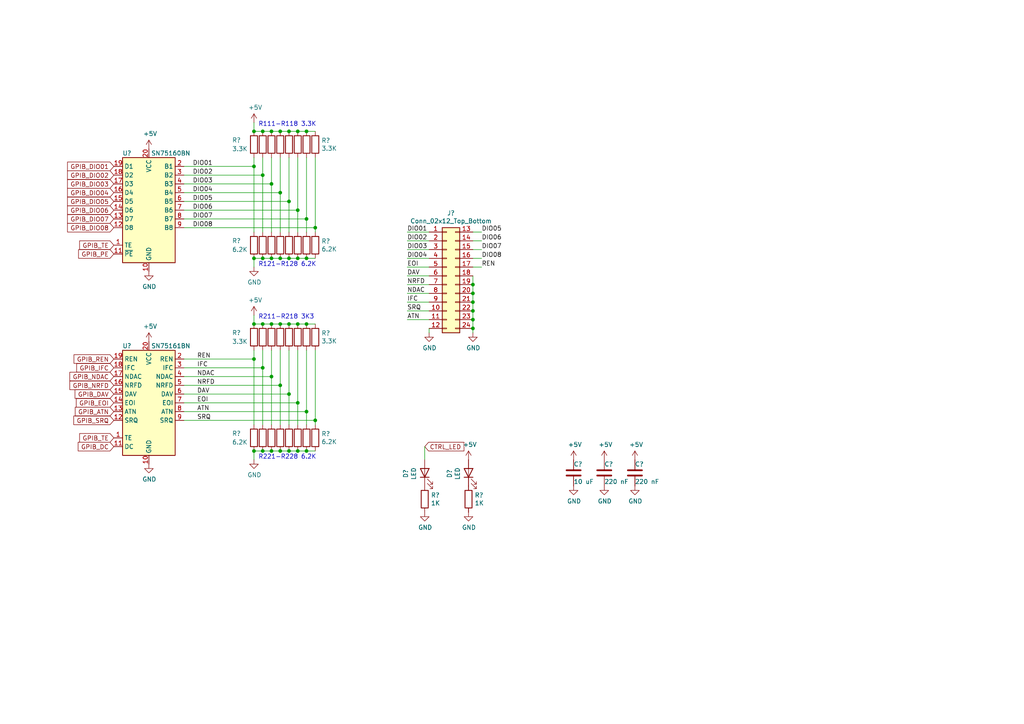
<source format=kicad_sch>
(kicad_sch (version 20231120) (generator "eeschema") (generator_version "8.0")
  (paper "A4")
  (title_block (title "ice4pi-gpib-2.4") (company "Lightside Instruments AS") (comment 1 "Based on ice4pi-2.4 and gpib4pi-2.1"))
  (lib_symbols
    (symbol "Connector_Generic:Conn_02x12_Top_Bottom" (pin_names (offset 1.016) hide)
      (property "Reference" "J" (at 1.27 15.24 0))
      (property "Value" "Conn_02x12_Top_Bottom" (at 1.27 -17.78 0))
      (symbol "Conn_02x12_Top_Bottom_1_1"
        (rectangle (start -1.27 -15.113) (end 0 -15.367) (stroke (width 0.1524)))
        (rectangle (start -1.27 -12.573) (end 0 -12.827) (stroke (width 0.1524)))
        (rectangle (start -1.27 -10.033) (end 0 -10.287) (stroke (width 0.1524)))
        (rectangle (start -1.27 -7.493) (end 0 -7.747) (stroke (width 0.1524)))
        (rectangle (start -1.27 -4.953) (end 0 -5.207) (stroke (width 0.1524)))
        (rectangle (start -1.27 -2.413) (end 0 -2.667) (stroke (width 0.1524)))
        (rectangle (start -1.27 0.127) (end 0 -0.127) (stroke (width 0.1524)))
        (rectangle (start -1.27 2.667) (end 0 2.413) (stroke (width 0.1524)))
        (rectangle (start -1.27 5.207) (end 0 4.953) (stroke (width 0.1524)))
        (rectangle (start -1.27 7.747) (end 0 7.493) (stroke (width 0.1524)))
        (rectangle (start -1.27 10.287) (end 0 10.033) (stroke (width 0.1524)))
        (rectangle (start -1.27 12.827) (end 0 12.573) (stroke (width 0.1524)))
        (rectangle (start -1.27 13.97) (end 3.81 -16.51) (stroke (width 0.254)) (fill (type background)))
        (rectangle (start 3.81 -15.113) (end 2.54 -15.367) (stroke (width 0.1524)))
        (rectangle (start 3.81 -12.573) (end 2.54 -12.827) (stroke (width 0.1524)))
        (rectangle (start 3.81 -10.033) (end 2.54 -10.287) (stroke (width 0.1524)))
        (rectangle (start 3.81 -7.493) (end 2.54 -7.747) (stroke (width 0.1524)))
        (rectangle (start 3.81 -4.953) (end 2.54 -5.207) (stroke (width 0.1524)))
        (rectangle (start 3.81 -2.413) (end 2.54 -2.667) (stroke (width 0.1524)))
        (rectangle (start 3.81 0.127) (end 2.54 -0.127) (stroke (width 0.1524)))
        (rectangle (start 3.81 2.667) (end 2.54 2.413) (stroke (width 0.1524)))
        (rectangle (start 3.81 5.207) (end 2.54 4.953) (stroke (width 0.1524)))
        (rectangle (start 3.81 7.747) (end 2.54 7.493) (stroke (width 0.1524)))
        (rectangle (start 3.81 10.287) (end 2.54 10.033) (stroke (width 0.1524)))
        (rectangle (start 3.81 12.827) (end 2.54 12.573) (stroke (width 0.1524)))
        (pin passive line (at -5.08 12.7 0) (length 3.81) (name "Pin_1") (number "1"))
        (pin passive line (at -5.08 -10.16 0) (length 3.81) (name "Pin_10") (number "10"))
        (pin passive line (at -5.08 -12.7 0) (length 3.81) (name "Pin_11") (number "11"))
        (pin passive line (at -5.08 -15.24 0) (length 3.81) (name "Pin_12") (number "12"))
        (pin passive line (at 7.62 12.7 180) (length 3.81) (name "Pin_13") (number "13"))
        (pin passive line (at 7.62 10.16 180) (length 3.81) (name "Pin_14") (number "14"))
        (pin passive line (at 7.62 7.62 180) (length 3.81) (name "Pin_15") (number "15"))
        (pin passive line (at 7.62 5.08 180) (length 3.81) (name "Pin_16") (number "16"))
        (pin passive line (at 7.62 2.54 180) (length 3.81) (name "Pin_17") (number "17"))
        (pin passive line (at 7.62 0 180) (length 3.81) (name "Pin_18") (number "18"))
        (pin passive line (at 7.62 -2.54 180) (length 3.81) (name "Pin_19") (number "19"))
        (pin passive line (at -5.08 10.16 0) (length 3.81) (name "Pin_2") (number "2"))
        (pin passive line (at 7.62 -5.08 180) (length 3.81) (name "Pin_20") (number "20"))
        (pin passive line (at 7.62 -7.62 180) (length 3.81) (name "Pin_21") (number "21"))
        (pin passive line (at 7.62 -10.16 180) (length 3.81) (name "Pin_22") (number "22"))
        (pin passive line (at 7.62 -12.7 180) (length 3.81) (name "Pin_23") (number "23"))
        (pin passive line (at 7.62 -15.24 180) (length 3.81) (name "Pin_24") (number "24"))
        (pin passive line (at -5.08 7.62 0) (length 3.81) (name "Pin_3") (number "3"))
        (pin passive line (at -5.08 5.08 0) (length 3.81) (name "Pin_4") (number "4"))
        (pin passive line (at -5.08 2.54 0) (length 3.81) (name "Pin_5") (number "5"))
        (pin passive line (at -5.08 0 0) (length 3.81) (name "Pin_6") (number "6"))
        (pin passive line (at -5.08 -2.54 0) (length 3.81) (name "Pin_7") (number "7"))
        (pin passive line (at -5.08 -5.08 0) (length 3.81) (name "Pin_8") (number "8"))
        (pin passive line (at -5.08 -7.62 0) (length 3.81) (name "Pin_9") (number "9"))
      )
    )
    (symbol "Device:C" (pin_numbers hide) (pin_names (offset 0.254))
      (property "Reference" "C" (at 0.635 2.54 0))
      (property "Value" "C" (at 0.635 -2.54 0))
      (symbol "C_0_1"
        (polyline (pts (xy -2.032 -0.762) (xy 2.032 -0.762)) (stroke (width 0.508)))
        (polyline (pts (xy -2.032 0.762) (xy 2.032 0.762)) (stroke (width 0.508)))
      )
      (symbol "C_1_1"
        (pin passive line (at 0 3.81 270) (length 2.794) (name "~") (number "1"))
        (pin passive line (at 0 -3.81 90) (length 2.794) (name "~") (number "2"))
      )
    )
    (symbol "Device:LED" (pin_numbers hide) (pin_names (offset 1.016) hide)
      (property "Reference" "D" (at 0 2.54 0))
      (property "Value" "LED" (at 0 -2.54 0))
      (symbol "LED_0_1"
        (polyline (pts (xy -1.27 -1.27) (xy -1.27 1.27)) (stroke (width 0.254)))
        (polyline (pts (xy -1.27 0) (xy 1.27 0)))
        (polyline (pts (xy 1.27 -1.27) (xy 1.27 1.27) (xy -1.27 0) (xy 1.27 -1.27)) (stroke (width 0.254)))
        (polyline (pts (xy -3.048 -0.762) (xy -4.572 -2.286) (xy -3.81 -2.286) (xy -4.572 -2.286) (xy -4.572 -1.524)))
        (polyline (pts (xy -1.778 -0.762) (xy -3.302 -2.286) (xy -2.54 -2.286) (xy -3.302 -2.286) (xy -3.302 -1.524)))
      )
      (symbol "LED_1_1"
        (pin passive line (at -3.81 0 0) (length 2.54) (name "K") (number "1"))
        (pin passive line (at 3.81 0 180) (length 2.54) (name "A") (number "2"))
      )
    )
    (symbol "Device:R" (pin_numbers hide) (pin_names (offset 0))
      (property "Reference" "R" (at 2.032 0 90))
      (property "Value" "R" (at 0 0 90))
      (symbol "R_0_1"
        (rectangle (start -1.016 -2.54) (end 1.016 2.54) (stroke (width 0.254)))
      )
      (symbol "R_1_1"
        (pin passive line (at 0 3.81 270) (length 1.27) (name "~") (number "1"))
        (pin passive line (at 0 -3.81 90) (length 1.27) (name "~") (number "2"))
      )
    )
    (symbol "Interface:SN75160BN"
      (property "Reference" "U" (at -3.81 19.05 0))
      (property "Value" "SN75160BN" (at -7.62 16.51 0))
      (symbol "SN75160BN_1_1"
        (rectangle (start -7.62 15.24) (end 7.62 -15.24) (stroke (width 0.254)) (fill (type background)))
        (pin input line (at -10.16 -10.16 0) (length 2.54) (name "TE") (number "1"))
        (pin power_in line (at 0 -17.78 90) (length 2.54) (name "GND") (number "10"))
        (pin input line (at -10.16 -12.7 0) (length 2.54) (name "~{PE}") (number "11"))
        (pin bidirectional line (at -10.16 -5.08 0) (length 2.54) (name "D8") (number "12"))
        (pin bidirectional line (at -10.16 -2.54 0) (length 2.54) (name "D7") (number "13"))
        (pin bidirectional line (at -10.16 0 0) (length 2.54) (name "D6") (number "14"))
        (pin bidirectional line (at -10.16 2.54 0) (length 2.54) (name "D5") (number "15"))
        (pin bidirectional line (at -10.16 5.08 0) (length 2.54) (name "D4") (number "16"))
        (pin bidirectional line (at -10.16 7.62 0) (length 2.54) (name "D3") (number "17"))
        (pin bidirectional line (at -10.16 10.16 0) (length 2.54) (name "D2") (number "18"))
        (pin bidirectional line (at -10.16 12.7 0) (length 2.54) (name "D1") (number "19"))
        (pin bidirectional line (at 10.16 12.7 180) (length 2.54) (name "B1") (number "2"))
        (pin power_in line (at 0 17.78 270) (length 2.54) (name "VCC") (number "20"))
        (pin bidirectional line (at 10.16 10.16 180) (length 2.54) (name "B2") (number "3"))
        (pin bidirectional line (at 10.16 7.62 180) (length 2.54) (name "B3") (number "4"))
        (pin bidirectional line (at 10.16 5.08 180) (length 2.54) (name "B4") (number "5"))
        (pin bidirectional line (at 10.16 2.54 180) (length 2.54) (name "B5") (number "6"))
        (pin bidirectional line (at 10.16 0 180) (length 2.54) (name "B6") (number "7"))
        (pin bidirectional line (at 10.16 -2.54 180) (length 2.54) (name "B7") (number "8"))
        (pin bidirectional line (at 10.16 -5.08 180) (length 2.54) (name "B8") (number "9"))
      )
    )
    (symbol "ice4pi:SN75161BN"
      (property "Reference" "U" (at -3.81 19.05 0))
      (property "Value" "SN75161BN" (at -7.62 16.51 0))
      (symbol "SN75161BN_1_1"
        (rectangle (start -7.62 15.24) (end 7.62 -15.24) (stroke (width 0.254)) (fill (type background)))
        (pin input line (at -10.16 -10.16 0) (length 2.54) (name "TE") (number "1"))
        (pin power_in line (at 0 -17.78 90) (length 2.54) (name "GND") (number "10"))
        (pin input line (at -10.16 -12.7 0) (length 2.54) (name "DC") (number "11"))
        (pin bidirectional line (at -10.16 -5.08 0) (length 2.54) (name "SRQ") (number "12"))
        (pin bidirectional line (at -10.16 -2.54 0) (length 2.54) (name "ATN") (number "13"))
        (pin bidirectional line (at -10.16 0 0) (length 2.54) (name "EOI") (number "14"))
        (pin bidirectional line (at -10.16 2.54 0) (length 2.54) (name "DAV") (number "15"))
        (pin bidirectional line (at -10.16 5.08 0) (length 2.54) (name "NRFD") (number "16"))
        (pin bidirectional line (at -10.16 7.62 0) (length 2.54) (name "NDAC") (number "17"))
        (pin bidirectional line (at -10.16 10.16 0) (length 2.54) (name "IFC") (number "18"))
        (pin bidirectional line (at -10.16 12.7 0) (length 2.54) (name "REN") (number "19"))
        (pin tri_state line (at 10.16 12.7 180) (length 2.54) (name "REN") (number "2"))
        (pin power_in line (at 0 17.78 270) (length 2.54) (name "VCC") (number "20"))
        (pin tri_state line (at 10.16 10.16 180) (length 2.54) (name "IFC") (number "3"))
        (pin tri_state line (at 10.16 7.62 180) (length 2.54) (name "NDAC") (number "4"))
        (pin tri_state line (at 10.16 5.08 180) (length 2.54) (name "NRFD") (number "5"))
        (pin tri_state line (at 10.16 2.54 180) (length 2.54) (name "DAV") (number "6"))
        (pin tri_state line (at 10.16 0 180) (length 2.54) (name "EOI") (number "7"))
        (pin tri_state line (at 10.16 -2.54 180) (length 2.54) (name "ATN") (number "8"))
        (pin tri_state line (at 10.16 -5.08 180) (length 2.54) (name "SRQ") (number "9"))
      )
    )
    (symbol "power:+5V" (power) (pin_names (offset 0))
      (property "Value" "+5V" (at 0 3.556 0))
      (symbol "+5V_0_1"
        (polyline (pts (xy -0.762 1.27) (xy 0 2.54)))
        (polyline (pts (xy 0 0) (xy 0 2.54)))
        (polyline (pts (xy 0 2.54) (xy 0.762 1.27)))
      )
      (symbol "+5V_1_1"
        (pin power_in line (at 0 0 90) (length 0) hide (name "+5V") (number "1"))
      )
    )
    (symbol "power:GND" (power) (pin_names (offset 0))
      (property "Value" "GND" (at 0 -3.81 0))
      (symbol "GND_0_1"
        (polyline (pts (xy 0 0) (xy 0 -1.27) (xy 1.27 -1.27) (xy 0 -2.54) (xy -1.27 -1.27) (xy 0 -1.27)))
      )
      (symbol "GND_1_1"
        (pin power_in line (at 0 0 270) (length 0) hide (name "GND") (number "1"))
      )
    )
  )
  (junction (at 137.16 90.17))
  (junction (at 83.82 58.42))
  (junction (at 81.28 130.81))
  (junction (at 81.28 111.76))
  (junction (at 73.66 130.81))
  (junction (at 91.44 66.04))
  (junction (at 86.36 93.98))
  (junction (at 83.82 93.98))
  (junction (at 76.2 93.98))
  (junction (at 73.66 38.1))
  (junction (at 91.44 121.92))
  (junction (at 81.28 74.93))
  (junction (at 81.28 93.98))
  (junction (at 73.66 93.98))
  (junction (at 83.82 38.1))
  (junction (at 86.36 38.1))
  (junction (at 73.66 104.14))
  (junction (at 137.16 82.55))
  (junction (at 78.74 53.34))
  (junction (at 137.16 85.09))
  (junction (at 78.74 38.1))
  (junction (at 137.16 87.63))
  (junction (at 86.36 116.84))
  (junction (at 83.82 130.81))
  (junction (at 86.36 74.93))
  (junction (at 78.74 74.93))
  (junction (at 73.66 74.93))
  (junction (at 88.9 74.93))
  (junction (at 73.66 48.26))
  (junction (at 76.2 74.93))
  (junction (at 88.9 38.1))
  (junction (at 78.74 130.81))
  (junction (at 88.9 63.5))
  (junction (at 81.28 38.1))
  (junction (at 76.2 106.68))
  (junction (at 78.74 109.22))
  (junction (at 137.16 95.25))
  (junction (at 86.36 130.81))
  (junction (at 86.36 60.96))
  (junction (at 76.2 50.8))
  (junction (at 83.82 114.3))
  (junction (at 137.16 92.71))
  (junction (at 88.9 93.98))
  (junction (at 88.9 130.81))
  (junction (at 83.82 74.93))
  (junction (at 76.2 130.81))
  (junction (at 78.74 93.98))
  (junction (at 88.9 119.38))
  (junction (at 76.2 38.1))
  (junction (at 81.28 55.88))
  (wire (pts (xy 76.2 38.1) (xy 73.66 38.1)))
  (wire (pts (xy 124.46 69.85) (xy 118.11 69.85)))
  (wire (pts (xy 81.28 111.76) (xy 81.28 123.19)))
  (wire (pts (xy 139.7 67.31) (xy 137.16 67.31)))
  (wire (pts (xy 53.34 58.42) (xy 83.82 58.42)))
  (wire (pts (xy 73.66 74.93) (xy 76.2 74.93)))
  (wire (pts (xy 81.28 130.81) (xy 83.82 130.81)))
  (wire (pts (xy 137.16 77.47) (xy 139.7 77.47)))
  (wire (pts (xy 91.44 38.1) (xy 88.9 38.1)))
  (wire (pts (xy 53.34 104.14) (xy 73.66 104.14)))
  (wire (pts (xy 88.9 119.38) (xy 88.9 123.19)))
  (wire (pts (xy 81.28 111.76) (xy 81.28 101.6)))
  (wire (pts (xy 86.36 116.84) (xy 86.36 123.19)))
  (wire (pts (xy 53.34 50.8) (xy 76.2 50.8)))
  (wire (pts (xy 124.46 87.63) (xy 118.11 87.63)))
  (wire (pts (xy 53.34 109.22) (xy 78.74 109.22)))
  (wire (pts (xy 53.34 53.34) (xy 78.74 53.34)))
  (wire (pts (xy 91.44 121.92) (xy 91.44 101.6)))
  (wire (pts (xy 86.36 60.96) (xy 86.36 45.72)))
  (wire (pts (xy 53.34 55.88) (xy 81.28 55.88)))
  (wire (pts (xy 86.36 130.81) (xy 88.9 130.81)))
  (wire (pts (xy 91.44 66.04) (xy 91.44 67.31)))
  (wire (pts (xy 91.44 66.04) (xy 91.44 45.72)))
  (wire (pts (xy 76.2 130.81) (xy 78.74 130.81)))
  (wire (pts (xy 83.82 58.42) (xy 83.82 45.72)))
  (wire (pts (xy 78.74 38.1) (xy 76.2 38.1)))
  (wire (pts (xy 73.66 133.35) (xy 73.66 130.81)))
  (wire (pts (xy 81.28 55.88) (xy 81.28 45.72)))
  (wire (pts (xy 78.74 93.98) (xy 76.2 93.98)))
  (wire (pts (xy 53.34 114.3) (xy 83.82 114.3)))
  (wire (pts (xy 78.74 109.22) (xy 78.74 123.19)))
  (wire (pts (xy 137.16 90.17) (xy 137.16 87.63)))
  (wire (pts (xy 88.9 74.93) (xy 91.44 74.93)))
  (wire (pts (xy 137.16 87.63) (xy 137.16 85.09)))
  (wire (pts (xy 124.46 77.47) (xy 118.11 77.47)))
  (wire (pts (xy 53.34 119.38) (xy 88.9 119.38)))
  (wire (pts (xy 124.46 82.55) (xy 118.11 82.55)))
  (wire (pts (xy 81.28 55.88) (xy 81.28 67.31)))
  (wire (pts (xy 137.16 92.71) (xy 137.16 90.17)))
  (wire (pts (xy 83.82 130.81) (xy 86.36 130.81)))
  (wire (pts (xy 73.66 130.81) (xy 76.2 130.81)))
  (wire (pts (xy 139.7 72.39) (xy 137.16 72.39)))
  (wire (pts (xy 124.46 80.01) (xy 118.11 80.01)))
  (wire (pts (xy 124.46 85.09) (xy 118.11 85.09)))
  (wire (pts (xy 88.9 93.98) (xy 86.36 93.98)))
  (wire (pts (xy 124.46 74.93) (xy 118.11 74.93)))
  (wire (pts (xy 139.7 74.93) (xy 137.16 74.93)))
  (wire (pts (xy 86.36 116.84) (xy 86.36 101.6)))
  (wire (pts (xy 76.2 50.8) (xy 76.2 45.72)))
  (wire (pts (xy 124.46 72.39) (xy 118.11 72.39)))
  (wire (pts (xy 76.2 50.8) (xy 76.2 67.31)))
  (wire (pts (xy 86.36 93.98) (xy 83.82 93.98)))
  (wire (pts (xy 124.46 92.71) (xy 118.11 92.71)))
  (wire (pts (xy 137.16 95.25) (xy 137.16 92.71)))
  (wire (pts (xy 53.34 121.92) (xy 91.44 121.92)))
  (wire (pts (xy 53.34 66.04) (xy 91.44 66.04)))
  (wire (pts (xy 78.74 53.34) (xy 78.74 67.31)))
  (wire (pts (xy 137.16 96.52) (xy 137.16 95.25)))
  (wire (pts (xy 81.28 74.93) (xy 83.82 74.93)))
  (wire (pts (xy 78.74 53.34) (xy 78.74 45.72)))
  (wire (pts (xy 73.66 93.98) (xy 73.66 91.44)))
  (wire (pts (xy 81.28 93.98) (xy 78.74 93.98)))
  (wire (pts (xy 76.2 106.68) (xy 76.2 101.6)))
  (wire (pts (xy 91.44 121.92) (xy 91.44 123.19)))
  (wire (pts (xy 53.34 116.84) (xy 86.36 116.84)))
  (wire (pts (xy 88.9 119.38) (xy 88.9 101.6)))
  (wire (pts (xy 124.46 90.17) (xy 118.11 90.17)))
  (wire (pts (xy 73.66 38.1) (xy 73.66 35.56)))
  (wire (pts (xy 78.74 74.93) (xy 81.28 74.93)))
  (wire (pts (xy 124.46 67.31) (xy 118.11 67.31)))
  (wire (pts (xy 73.66 48.26) (xy 73.66 67.31)))
  (wire (pts (xy 78.74 130.81) (xy 81.28 130.81)))
  (wire (pts (xy 78.74 109.22) (xy 78.74 101.6)))
  (wire (pts (xy 88.9 38.1) (xy 86.36 38.1)))
  (wire (pts (xy 53.34 111.76) (xy 81.28 111.76)))
  (wire (pts (xy 83.82 58.42) (xy 83.82 67.31)))
  (wire (pts (xy 139.7 69.85) (xy 137.16 69.85)))
  (wire (pts (xy 88.9 63.5) (xy 88.9 67.31)))
  (wire (pts (xy 76.2 93.98) (xy 73.66 93.98)))
  (wire (pts (xy 76.2 74.93) (xy 78.74 74.93)))
  (wire (pts (xy 88.9 63.5) (xy 88.9 45.72)))
  (wire (pts (xy 73.66 77.47) (xy 73.66 74.93)))
  (wire (pts (xy 53.34 106.68) (xy 76.2 106.68)))
  (wire (pts (xy 123.19 133.35) (xy 123.19 129.54)))
  (wire (pts (xy 124.46 96.52) (xy 124.46 95.25)))
  (wire (pts (xy 86.36 60.96) (xy 86.36 67.31)))
  (wire (pts (xy 73.66 104.14) (xy 73.66 123.19)))
  (wire (pts (xy 53.34 60.96) (xy 86.36 60.96)))
  (wire (pts (xy 137.16 82.55) (xy 137.16 80.01)))
  (wire (pts (xy 83.82 114.3) (xy 83.82 101.6)))
  (wire (pts (xy 86.36 38.1) (xy 83.82 38.1)))
  (wire (pts (xy 53.34 48.26) (xy 73.66 48.26)))
  (wire (pts (xy 88.9 130.81) (xy 91.44 130.81)))
  (wire (pts (xy 137.16 85.09) (xy 137.16 82.55)))
  (wire (pts (xy 73.66 48.26) (xy 73.66 45.72)))
  (wire (pts (xy 83.82 114.3) (xy 83.82 123.19)))
  (wire (pts (xy 91.44 93.98) (xy 88.9 93.98)))
  (wire (pts (xy 83.82 38.1) (xy 81.28 38.1)))
  (wire (pts (xy 73.66 104.14) (xy 73.66 101.6)))
  (wire (pts (xy 53.34 63.5) (xy 88.9 63.5)))
  (wire (pts (xy 83.82 93.98) (xy 81.28 93.98)))
  (wire (pts (xy 81.28 38.1) (xy 78.74 38.1)))
  (wire (pts (xy 86.36 74.93) (xy 88.9 74.93)))
  (wire (pts (xy 76.2 106.68) (xy 76.2 123.19)))
  (wire (pts (xy 83.82 74.93) (xy 86.36 74.93)))
  (text "R111-R118 3.3K" (at 74.93 36.83 0) (effects (font (size 1.27 1.27)) (justify left bottom)))
  (text "R121-R128 6.2K" (at 74.93 77.47 0) (effects (font (size 1.27 1.27)) (justify left bottom)))
  (text "R211-R218 3K3" (at 74.93 92.71 0) (effects (font (size 1.27 1.27)) (justify left bottom)))
  (text "R221-R228 6.2K" (at 74.93 133.35 0) (effects (font (size 1.27 1.27)) (justify left bottom)))
  (label "DAV" (at 57.15 114.3 0))
  (label "DIO01" (at 55.88 48.26 0))
  (label "DIO01" (at 118.11 67.31 0))
  (label "EOI" (at 118.11 77.47 0))
  (label "IFC" (at 118.11 87.63 0))
  (label "DAV" (at 118.11 80.01 0))
  (label "REN" (at 57.15 104.14 0))
  (label "DIO02" (at 118.11 69.85 0))
  (label "DIO04" (at 55.88 55.88 0))
  (label "ATN" (at 118.11 92.71 0))
  (label "EOI" (at 57.15 116.84 0))
  (label "SRQ" (at 57.15 121.92 0))
  (label "DIO04" (at 118.11 74.93 0))
  (label "DIO06" (at 139.7 69.85 0))
  (label "NDAC" (at 57.15 109.22 0))
  (label "DIO07" (at 55.88 63.5 0))
  (label "DIO05" (at 139.7 67.31 0))
  (label "DIO08" (at 139.7 74.93 0))
  (label "NDAC" (at 118.11 85.09 0))
  (label "IFC" (at 57.15 106.68 0))
  (label "SRQ" (at 118.11 90.17 0))
  (label "DIO03" (at 118.11 72.39 0))
  (label "NRFD" (at 118.11 82.55 0))
  (label "DIO06" (at 55.88 60.96 0))
  (label "DIO02" (at 55.88 50.8 0))
  (label "NRFD" (at 57.15 111.76 0))
  (label "REN" (at 139.7 77.47 0))
  (label "DIO03" (at 55.88 53.34 0))
  (label "ATN" (at 57.15 119.38 0))
  (label "DIO05" (at 55.88 58.42 0))
  (label "DIO08" (at 55.88 66.04 0))
  (label "DIO07" (at 139.7 72.39 0))
  (global_label "GPIB_EOI" (shape input) (at 33.02 116.84 180) (property "Intersheetrefs" "${INTERSHEET_REFS}" (effects (hide yes))))
  (global_label "GPIB_TE" (shape input) (at 33.02 71.12 180) (property "Intersheetrefs" "${INTERSHEET_REFS}" (effects (hide yes))))
  (global_label "GPIB_NRFD" (shape input) (at 33.02 111.76 180) (property "Intersheetrefs" "${INTERSHEET_REFS}" (effects (hide yes))))
  (global_label "CTRL_LED" (shape input) (at 123.19 129.54 0) (property "Intersheetrefs" "${INTERSHEET_REFS}" (effects (hide yes))))
  (global_label "GPIB_DIO07" (shape input) (at 33.02 63.5 180) (property "Intersheetrefs" "${INTERSHEET_REFS}" (effects (hide yes))))
  (global_label "GPIB_PE" (shape input) (at 33.02 73.66 180) (property "Intersheetrefs" "${INTERSHEET_REFS}" (effects (hide yes))))
  (global_label "GPIB_TE" (shape input) (at 33.02 127 180) (property "Intersheetrefs" "${INTERSHEET_REFS}" (effects (hide yes))))
  (global_label "GPIB_DIO02" (shape input) (at 33.02 50.8 180) (property "Intersheetrefs" "${INTERSHEET_REFS}" (effects (hide yes))))
  (global_label "GPIB_DC" (shape input) (at 33.02 129.54 180) (property "Intersheetrefs" "${INTERSHEET_REFS}" (effects (hide yes))))
  (global_label "GPIB_DAV" (shape input) (at 33.02 114.3 180) (property "Intersheetrefs" "${INTERSHEET_REFS}" (effects (hide yes))))
  (global_label "GPIB_DIO01" (shape input) (at 33.02 48.26 180) (property "Intersheetrefs" "${INTERSHEET_REFS}" (effects (hide yes))))
  (global_label "GPIB_REN" (shape input) (at 33.02 104.14 180) (property "Intersheetrefs" "${INTERSHEET_REFS}" (effects (hide yes))))
  (global_label "GPIB_DIO04" (shape input) (at 33.02 55.88 180) (property "Intersheetrefs" "${INTERSHEET_REFS}" (effects (hide yes))))
  (global_label "GPIB_DIO06" (shape input) (at 33.02 60.96 180) (property "Intersheetrefs" "${INTERSHEET_REFS}" (effects (hide yes))))
  (global_label "GPIB_DIO03" (shape input) (at 33.02 53.34 180) (property "Intersheetrefs" "${INTERSHEET_REFS}" (effects (hide yes))))
  (global_label "GPIB_IFC" (shape input) (at 33.02 106.68 180) (property "Intersheetrefs" "${INTERSHEET_REFS}" (effects (hide yes))))
  (global_label "GPIB_DIO08" (shape input) (at 33.02 66.04 180) (property "Intersheetrefs" "${INTERSHEET_REFS}" (effects (hide yes))))
  (global_label "GPIB_NDAC" (shape input) (at 33.02 109.22 180) (property "Intersheetrefs" "${INTERSHEET_REFS}" (effects (hide yes))))
  (global_label "GPIB_DIO05" (shape input) (at 33.02 58.42 180) (property "Intersheetrefs" "${INTERSHEET_REFS}" (effects (hide yes))))
  (global_label "GPIB_SRQ" (shape input) (at 33.02 121.92 180) (property "Intersheetrefs" "${INTERSHEET_REFS}" (effects (hide yes))))
  (global_label "GPIB_ATN" (shape input) (at 33.02 119.38 180) (property "Intersheetrefs" "${INTERSHEET_REFS}" (effects (hide yes))))
  (symbol (lib_id "Connector_Generic:Conn_02x12_Top_Bottom") (at 129.54 80.01 0) (unit 1)
    (property "Reference" "J?" (at 130.81 61.7982 0))
    (property "Value" "Conn_02x12_Top_Bottom" (at 130.81 64.1096 0))
    (property "Footprint" "ice4pi:centronix-24-male" (effects (hide yes)))
  )
  (symbol (lib_id "Interface:SN75160BN") (at 43.18 60.96 0) (unit 1)
    (property "Reference" "U?" (at 36.83 44.45 0))
    (property "Value" "SN75160BN" (at 49.53 44.45 0))
    (property "Footprint" "Package_DIP:DIP-20_W7.62mm" (effects (hide yes)))
    (property "Datasheet" "http://www.ti.com/lit/ds/symlink/sn75160b.pdf" (effects (hide yes)))
  )
  (symbol (lib_id "ice4pi:SN75161BN") (at 43.18 116.84 0) (unit 1)
    (property "Reference" "U?" (at 36.83 100.33 0))
    (property "Value" "SN75161BN" (at 49.53 100.33 0))
    (property "Footprint" "Package_DIP:DIP-20_W7.62mm" (effects (hide yes)))
  )
  (symbol (lib_id "power:GND") (at 43.18 134.62 0) (unit 1)
    (property "Reference" "#PWR?" (effects (hide yes)))
    (property "Value" "GND" (at 43.307 139.0142 0))
  )
  (symbol (lib_id "power:GND") (at 43.18 78.74 0) (unit 1)
    (property "Reference" "#PWR?" (effects (hide yes)))
    (property "Value" "GND" (at 43.307 83.1342 0))
  )
  (symbol (lib_id "power:GND") (at 137.16 96.52 0) (unit 1)
    (property "Reference" "#PWR?" (effects (hide yes)))
    (property "Value" "GND" (at 137.287 100.9142 0))
  )
  (symbol (lib_id "Device:R") (at 123.19 144.78 0) (unit 1)
    (property "Reference" "R?" (at 124.968 143.6116 0) (effects (justify left)))
    (property "Value" "1K" (at 124.968 145.923 0) (effects (justify left)))
    (property "Footprint" "Resistor_SMD:R_0402_1005Metric" (effects (hide yes)))
    (property "PN" "ERJ-2GEJ102X " (effects (hide yes)))
  )
  (symbol (lib_id "power:GND") (at 123.19 148.59 0) (unit 1)
    (property "Reference" "#PWR?" (effects (hide yes)))
    (property "Value" "GND" (at 123.317 152.9842 0))
  )
  (symbol (lib_id "Device:LED") (at 123.19 137.16 90) (unit 1)
    (property "Reference" "D?" (at 117.6782 137.3886 0))
    (property "Value" "LED" (at 119.9896 137.3886 0))
    (property "Footprint" "LED_SMD:LED_0603_1608Metric" (effects (hide yes)))
    (property "PN" "150060VS55040" (effects (hide yes)))
  )
  (symbol (lib_id "power:GND") (at 124.46 96.52 0) (unit 1)
    (property "Reference" "#PWR?" (effects (hide yes)))
    (property "Value" "GND" (at 124.587 100.9142 0))
  )
  (symbol (lib_id "Device:R") (at 135.89 144.78 0) (unit 1)
    (property "Reference" "R?" (at 137.668 143.6116 0) (effects (justify left)))
    (property "Value" "1K" (at 137.668 145.923 0) (effects (justify left)))
    (property "Footprint" "Resistor_SMD:R_0402_1005Metric" (effects (hide yes)))
    (property "PN" "ERJ-2GEJ102X " (effects (hide yes)))
  )
  (symbol (lib_id "power:GND") (at 135.89 148.59 0) (unit 1)
    (property "Reference" "#PWR?" (effects (hide yes)))
    (property "Value" "GND" (at 136.017 152.9842 0))
  )
  (symbol (lib_id "Device:LED") (at 135.89 137.16 90) (unit 1)
    (property "Reference" "D?" (at 130.3782 137.3886 0))
    (property "Value" "LED" (at 132.6896 137.3886 0))
    (property "Footprint" "LED_SMD:LED_0603_1608Metric" (effects (hide yes)))
    (property "PN" "150060RS55040" (effects (hide yes)))
  )
  (symbol (lib_id "power:+5V") (at 135.89 133.35 0) (unit 1)
    (property "Reference" "#PWR?" (effects (hide yes)))
    (property "Value" "+5V" (at 136.271 128.9558 0))
  )
  (symbol (lib_id "Device:C") (at 175.26 137.16 0) (unit 1)
    (property "Reference" "C?" (at 175.26 134.62 0) (effects (justify left)))
    (property "Value" "220 nF" (at 175.26 139.7 0) (effects (justify left)))
    (property "Footprint" "Capacitor_SMD:C_0402_1005Metric" (effects (hide yes)))
  )
  (symbol (lib_id "Device:C") (at 184.15 137.16 0) (unit 1)
    (property "Reference" "C?" (at 184.15 134.62 0) (effects (justify left)))
    (property "Value" "220 nF" (at 184.15 139.7 0) (effects (justify left)))
    (property "Footprint" "Capacitor_SMD:C_0402_1005Metric" (effects (hide yes)))
  )
  (symbol (lib_id "power:GND") (at 184.15 140.97 0) (unit 1)
    (property "Reference" "#PWR?" (effects (hide yes)))
    (property "Value" "GND" (at 184.277 145.3642 0))
  )
  (symbol (lib_id "power:GND") (at 175.26 140.97 0) (unit 1)
    (property "Reference" "#PWR?" (effects (hide yes)))
    (property "Value" "GND" (at 175.387 145.3642 0))
  )
  (symbol (lib_id "power:+5V") (at 175.26 133.35 0) (unit 1)
    (property "Reference" "#PWR?" (effects (hide yes)))
    (property "Value" "+5V" (at 175.641 128.9558 0))
  )
  (symbol (lib_id "power:+5V") (at 184.15 133.35 0) (unit 1)
    (property "Reference" "#PWR?" (effects (hide yes)))
    (property "Value" "+5V" (at 184.531 128.9558 0))
  )
  (symbol (lib_id "Device:C") (at 166.37 137.16 0) (unit 1)
    (property "Reference" "C?" (at 166.37 134.62 0) (effects (justify left)))
    (property "Value" "10 uF" (at 166.37 139.7 0) (effects (justify left)))
    (property "Footprint" "Capacitor_SMD:C_0402_1005Metric" (effects (hide yes)))
  )
  (symbol (lib_id "power:+5V") (at 166.37 133.35 0) (unit 1)
    (property "Reference" "#PWR?" (effects (hide yes)))
    (property "Value" "+5V" (at 166.751 128.9558 0))
  )
  (symbol (lib_id "power:GND") (at 166.37 140.97 0) (unit 1)
    (property "Reference" "#PWR?" (effects (hide yes)))
    (property "Value" "GND" (at 166.497 145.3642 0))
  )
  (symbol (lib_id "power:+5V") (at 43.18 43.18 0) (unit 1)
    (property "Reference" "#PWR?" (effects (hide yes)))
    (property "Value" "+5V" (at 43.561 38.7858 0))
  )
  (symbol (lib_id "power:+5V") (at 43.18 99.06 0) (unit 1)
    (property "Reference" "#PWR?" (effects (hide yes)))
    (property "Value" "+5V" (at 43.561 94.6658 0))
  )
  (symbol (lib_id "Device:R") (at 73.66 41.91 0) (unit 1)
    (property "Reference" "R?" (at 67.31 40.64 0) (effects (justify left)))
    (property "Value" "3.3K" (at 67.31 43.18 0) (effects (justify left)))
    (property "Footprint" "Resistor_SMD:R_0402_1005Metric" (effects (hide yes)))
  )
  (symbol (lib_id "Device:R") (at 76.2 41.91 0) (unit 1)
    (property "Reference" "R?" (effects (hide yes)))
    (property "Value" "3.3K" (effects (hide yes)))
    (property "Footprint" "Resistor_SMD:R_0402_1005Metric" (effects (hide yes)))
  )
  (symbol (lib_id "Device:R") (at 78.74 41.91 0) (unit 1)
    (property "Reference" "R?" (effects (hide yes)))
    (property "Value" "3.3K" (effects (hide yes)))
    (property "Footprint" "Resistor_SMD:R_0402_1005Metric" (effects (hide yes)))
  )
  (symbol (lib_id "Device:R") (at 81.28 41.91 0) (unit 1)
    (property "Reference" "R?" (effects (hide yes)))
    (property "Value" "3.3K" (effects (hide yes)))
    (property "Footprint" "Resistor_SMD:R_0402_1005Metric" (effects (hide yes)))
  )
  (symbol (lib_id "Device:R") (at 83.82 41.91 0) (unit 1)
    (property "Reference" "R?" (effects (hide yes)))
    (property "Value" "3.3K" (effects (hide yes)))
    (property "Footprint" "Resistor_SMD:R_0402_1005Metric" (effects (hide yes)))
  )
  (symbol (lib_id "Device:R") (at 86.36 41.91 0) (unit 1)
    (property "Reference" "R?" (effects (hide yes)))
    (property "Value" "3.3K" (effects (hide yes)))
    (property "Footprint" "Resistor_SMD:R_0402_1005Metric" (effects (hide yes)))
  )
  (symbol (lib_id "Device:R") (at 88.9 41.91 0) (unit 1)
    (property "Reference" "R?" (effects (hide yes)))
    (property "Value" "3.3K" (effects (hide yes)))
    (property "Footprint" "Resistor_SMD:R_0402_1005Metric" (effects (hide yes)))
  )
  (symbol (lib_id "Device:R") (at 91.44 41.91 0) (unit 1)
    (property "Reference" "R?" (at 93.218 40.7416 0) (effects (justify left)))
    (property "Value" "3.3K" (at 93.218 43.053 0) (effects (justify left)))
    (property "Footprint" "Resistor_SMD:R_0402_1005Metric" (effects (hide yes)))
  )
  (symbol (lib_id "Device:R") (at 73.66 71.12 0) (unit 1)
    (property "Reference" "R?" (at 67.31 69.85 0) (effects (justify left)))
    (property "Value" "6.2K" (at 67.31 72.39 0) (effects (justify left)))
    (property "Footprint" "Resistor_SMD:R_0402_1005Metric" (effects (hide yes)))
  )
  (symbol (lib_id "Device:R") (at 76.2 71.12 0) (unit 1)
    (property "Reference" "R?" (effects (hide yes)))
    (property "Value" "6.2K" (effects (hide yes)))
    (property "Footprint" "Resistor_SMD:R_0402_1005Metric" (effects (hide yes)))
  )
  (symbol (lib_id "Device:R") (at 78.74 71.12 0) (unit 1)
    (property "Reference" "R?" (effects (hide yes)))
    (property "Value" "6.2K" (effects (hide yes)))
    (property "Footprint" "Resistor_SMD:R_0402_1005Metric" (effects (hide yes)))
  )
  (symbol (lib_id "Device:R") (at 81.28 71.12 0) (unit 1)
    (property "Reference" "R?" (effects (hide yes)))
    (property "Value" "6.2K" (effects (hide yes)))
    (property "Footprint" "Resistor_SMD:R_0402_1005Metric" (effects (hide yes)))
  )
  (symbol (lib_id "Device:R") (at 83.82 71.12 0) (unit 1)
    (property "Reference" "R?" (effects (hide yes)))
    (property "Value" "6.2K" (effects (hide yes)))
    (property "Footprint" "Resistor_SMD:R_0402_1005Metric" (effects (hide yes)))
  )
  (symbol (lib_id "Device:R") (at 86.36 71.12 0) (unit 1)
    (property "Reference" "R?" (effects (hide yes)))
    (property "Value" "6.2K" (effects (hide yes)))
    (property "Footprint" "Resistor_SMD:R_0402_1005Metric" (effects (hide yes)))
  )
  (symbol (lib_id "Device:R") (at 88.9 71.12 0) (unit 1)
    (property "Reference" "R?" (effects (hide yes)))
    (property "Value" "6.2K" (effects (hide yes)))
    (property "Footprint" "Resistor_SMD:R_0402_1005Metric" (effects (hide yes)))
  )
  (symbol (lib_id "Device:R") (at 91.44 71.12 0) (unit 1)
    (property "Reference" "R?" (at 93.218 69.9516 0) (effects (justify left)))
    (property "Value" "6.2K" (at 93.218 72.263 0) (effects (justify left)))
    (property "Footprint" "Resistor_SMD:R_0402_1005Metric" (effects (hide yes)))
  )
  (symbol (lib_id "power:+5V") (at 73.66 91.44 0) (unit 1)
    (property "Reference" "#PWR?" (effects (hide yes)))
    (property "Value" "+5V" (at 74.041 87.0458 0))
  )
  (symbol (lib_id "Device:R") (at 73.66 97.79 0) (unit 1)
    (property "Reference" "R?" (at 67.31 96.52 0) (effects (justify left)))
    (property "Value" "3.3K" (at 67.31 99.06 0) (effects (justify left)))
    (property "Footprint" "Resistor_SMD:R_0402_1005Metric" (effects (hide yes)))
  )
  (symbol (lib_id "Device:R") (at 76.2 97.79 0) (unit 1)
    (property "Reference" "R?" (effects (hide yes)))
    (property "Value" "3.3K" (effects (hide yes)))
    (property "Footprint" "Resistor_SMD:R_0402_1005Metric" (effects (hide yes)))
  )
  (symbol (lib_id "Device:R") (at 78.74 97.79 0) (unit 1)
    (property "Reference" "R?" (effects (hide yes)))
    (property "Value" "3.3K" (effects (hide yes)))
    (property "Footprint" "Resistor_SMD:R_0402_1005Metric" (effects (hide yes)))
  )
  (symbol (lib_id "Device:R") (at 81.28 97.79 0) (unit 1)
    (property "Reference" "R?" (effects (hide yes)))
    (property "Value" "3.3K" (effects (hide yes)))
    (property "Footprint" "Resistor_SMD:R_0402_1005Metric" (effects (hide yes)))
  )
  (symbol (lib_id "Device:R") (at 83.82 97.79 0) (unit 1)
    (property "Reference" "R?" (effects (hide yes)))
    (property "Value" "3.3K" (effects (hide yes)))
    (property "Footprint" "Resistor_SMD:R_0402_1005Metric" (effects (hide yes)))
  )
  (symbol (lib_id "Device:R") (at 86.36 97.79 0) (unit 1)
    (property "Reference" "R?" (effects (hide yes)))
    (property "Value" "3.3K" (effects (hide yes)))
    (property "Footprint" "Resistor_SMD:R_0402_1005Metric" (effects (hide yes)))
  )
  (symbol (lib_id "Device:R") (at 88.9 97.79 0) (unit 1)
    (property "Reference" "R?" (effects (hide yes)))
    (property "Value" "3.3K" (effects (hide yes)))
    (property "Footprint" "Resistor_SMD:R_0402_1005Metric" (effects (hide yes)))
  )
  (symbol (lib_id "Device:R") (at 91.44 97.79 0) (unit 1)
    (property "Reference" "R?" (at 93.218 96.6216 0) (effects (justify left)))
    (property "Value" "3.3K" (at 93.218 98.933 0) (effects (justify left)))
    (property "Footprint" "Resistor_SMD:R_0402_1005Metric" (effects (hide yes)))
  )
  (symbol (lib_id "power:GND") (at 73.66 133.35 0) (unit 1)
    (property "Reference" "#PWR?" (effects (hide yes)))
    (property "Value" "GND" (at 73.787 137.7442 0))
  )
  (symbol (lib_id "Device:R") (at 73.66 127 0) (unit 1)
    (property "Reference" "R?" (at 67.31 125.73 0) (effects (justify left)))
    (property "Value" "6.2K" (at 67.31 128.27 0) (effects (justify left)))
    (property "Footprint" "Resistor_SMD:R_0402_1005Metric" (effects (hide yes)))
  )
  (symbol (lib_id "Device:R") (at 76.2 127 0) (unit 1)
    (property "Reference" "R?" (effects (hide yes)))
    (property "Value" "6.2K" (effects (hide yes)))
    (property "Footprint" "Resistor_SMD:R_0402_1005Metric" (effects (hide yes)))
  )
  (symbol (lib_id "Device:R") (at 78.74 127 0) (unit 1)
    (property "Reference" "R?" (effects (hide yes)))
    (property "Value" "6.2K" (effects (hide yes)))
    (property "Footprint" "Resistor_SMD:R_0402_1005Metric" (effects (hide yes)))
  )
  (symbol (lib_id "Device:R") (at 81.28 127 0) (unit 1)
    (property "Reference" "R?" (effects (hide yes)))
    (property "Value" "6.2K" (effects (hide yes)))
    (property "Footprint" "Resistor_SMD:R_0402_1005Metric" (effects (hide yes)))
  )
  (symbol (lib_id "Device:R") (at 83.82 127 0) (unit 1)
    (property "Reference" "R?" (effects (hide yes)))
    (property "Value" "6.2K" (effects (hide yes)))
    (property "Footprint" "Resistor_SMD:R_0402_1005Metric" (effects (hide yes)))
  )
  (symbol (lib_id "Device:R") (at 86.36 127 0) (unit 1)
    (property "Reference" "R?" (effects (hide yes)))
    (property "Value" "6.2K" (effects (hide yes)))
    (property "Footprint" "Resistor_SMD:R_0402_1005Metric" (effects (hide yes)))
  )
  (symbol (lib_id "Device:R") (at 88.9 127 0) (unit 1)
    (property "Reference" "R?" (effects (hide yes)))
    (property "Value" "6.2K" (effects (hide yes)))
    (property "Footprint" "Resistor_SMD:R_0402_1005Metric" (effects (hide yes)))
  )
  (symbol (lib_id "Device:R") (at 91.44 127 0) (unit 1)
    (property "Reference" "R?" (at 93.218 125.8316 0) (effects (justify left)))
    (property "Value" "6.2K" (at 93.218 128.143 0) (effects (justify left)))
    (property "Footprint" "Resistor_SMD:R_0402_1005Metric" (effects (hide yes)))
  )
  (symbol (lib_id "power:+5V") (at 73.66 35.56 0) (unit 1)
    (property "Reference" "#PWR?" (effects (hide yes)))
    (property "Value" "+5V" (at 74.041 31.1658 0))
  )
  (symbol (lib_id "power:GND") (at 73.66 77.47 0) (unit 1)
    (property "Reference" "#PWR?" (effects (hide yes)))
    (property "Value" "GND" (at 73.787 81.8642 0))
  )
)
</source>
